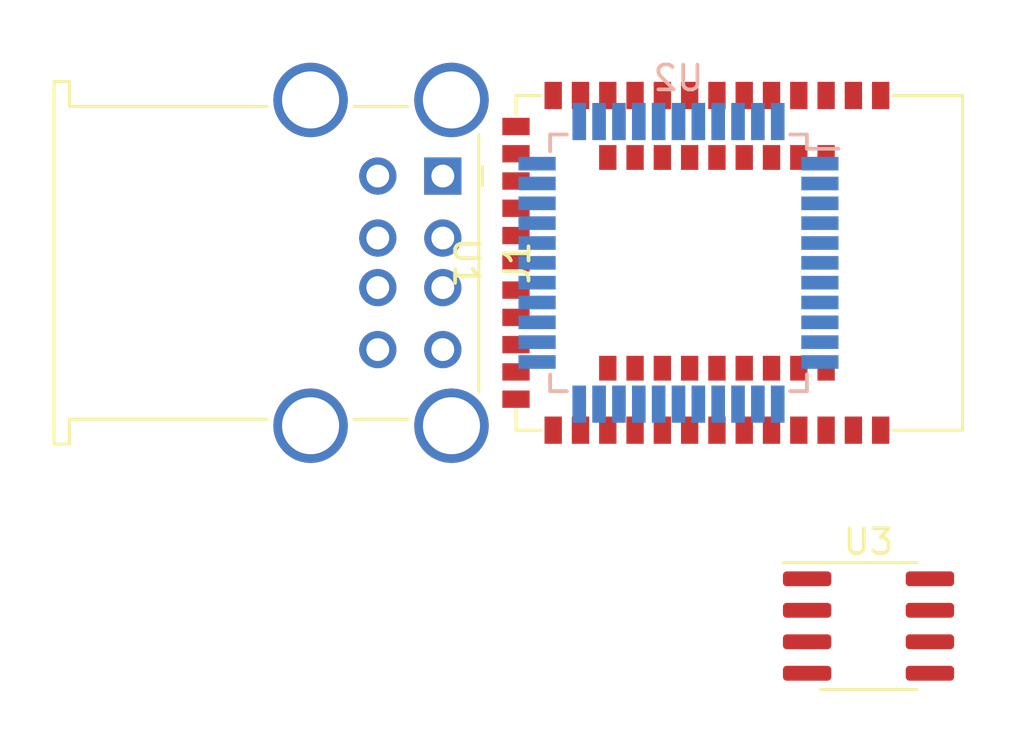
<source format=kicad_pcb>
(kicad_pcb (version 20211014) (generator pcbnew)
  (layers (0 "F.Cu" signal) (31 "B.Cu" signal) (34 "B.Paste" user) (35 "F.Paste" user) (36 "B.SilkS" user "B.Silkscreen") (37 "F.SilkS" user "F.Silkscreen") (38 "B.Mask" user) (39 "F.Mask" user) (44 "Edge.Cuts" user))
  (net 0 "")
  (net 14 "Net-(U2-Pad14)")
  (net 15 "Net-(U2-Pad15)")
  (net 23 "Net-(U2-Pad24)")
  (net 41 "Net-(U3-Pad2)")
  (footprint "blackwing:HOLYIOT-18010-NRF52840" (layer "F.Cu") (at 139.7 63.5 -90)
    (fp_text reference "U1" (at 6.75 20 -90 unlocked) (layer "F.SilkS"))
    (fp_text value "HOLYIOT-18010-NRF52840")
    (fp_line (start 13.5 17) (end 13.5 18) (layer "F.SilkS") (width 0.12))
    (fp_line (start 12.7 18) (end 13.5 18) (layer "F.SilkS") (width 0.12))
    (fp_line (start 0.8 18) (end 0 18) (layer "F.SilkS") (width 0.12))
    (fp_line (start 0 2.8) (end 0 0) (layer "F.SilkS") (width 0.12))
    (fp_line (start 0 17) (end 0 18) (layer "F.SilkS") (width 0.12))
    (fp_line (start 13.5 0) (end 13.5 2.8) (layer "F.SilkS") (width 0.12))
    (fp_line (start 0 0) (end 13.5 0) (layer "F.SilkS") (width 0.12))
    (fp_line (start 13.5 18) (end 12.7 18) (layer "F.SilkS") (width 0.12))
    (pad "1" smd rect (at 0 3.3 270) (size 1.1 0.7) (layers "F.Cu" "F.Paste" "F.Mask"))
    (pad "2" smd rect (at 0 4.4 270) (size 1.1 0.7) (layers "F.Cu" "F.Paste" "F.Mask"))
    (pad "3" smd rect (at 0 5.5 270) (size 1.1 0.7) (layers "F.Cu" "F.Paste" "F.Mask"))
    (pad "4" smd rect (at 0 6.6 270) (size 1.1 0.7) (layers "F.Cu" "F.Paste" "F.Mask"))
    (pad "5" smd rect (at 0 7.7 270) (size 1.1 0.7) (layers "F.Cu" "F.Paste" "F.Mask"))
    (pad "6" smd rect (at 0 8.8 270) (size 1.1 0.7) (layers "F.Cu" "F.Paste" "F.Mask"))
    (pad "7" smd rect (at 0 9.9 270) (size 1.1 0.7) (layers "F.Cu" "F.Paste" "F.Mask"))
    (pad "8" smd rect (at 0 11 270) (size 1.1 0.7) (layers "F.Cu" "F.Paste" "F.Mask"))
    (pad "9" smd rect (at 0 12.1 270) (size 1.1 0.7) (layers "F.Cu" "F.Paste" "F.Mask"))
    (pad "10" smd rect (at 0 13.2 270) (size 1.1 0.7) (layers "F.Cu" "F.Paste" "F.Mask"))
    (pad "11" smd rect (at 0 14.3 270) (size 1.1 0.7) (layers "F.Cu" "F.Paste" "F.Mask"))
    (pad "12" smd rect (at 0 15.4 270) (size 1.1 0.7) (layers "F.Cu" "F.Paste" "F.Mask"))
    (pad "13" smd rect (at 0 16.5 270) (size 1.1 0.7) (layers "F.Cu" "F.Paste" "F.Mask"))
    (pad "14" smd rect (at 1.25 18 270) (size 0.7 1.1) (layers "F.Cu" "F.Paste" "F.Mask"))
    (pad "15" smd rect (at 2.35 18 270) (size 0.7 1.1) (layers "F.Cu" "F.Paste" "F.Mask"))
    (pad "16" smd rect (at 3.45 18 270) (size 0.7 1.1) (layers "F.Cu" "F.Paste" "F.Mask"))
    (pad "17" smd rect (at 4.55 18 270) (size 0.7 1.1) (layers "F.Cu" "F.Paste" "F.Mask"))
    (pad "18" smd rect (at 5.65 18 270) (size 0.7 1.1) (layers "F.Cu" "F.Paste" "F.Mask"))
    (pad "19" smd rect (at 6.75 18 270) (size 0.7 1.1) (layers "F.Cu" "F.Paste" "F.Mask"))
    (pad "20" smd rect (at 7.85 18 270) (size 0.7 1.1) (layers "F.Cu" "F.Paste" "F.Mask"))
    (pad "21" smd rect (at 8.95 18 270) (size 0.7 1.1) (layers "F.Cu" "F.Paste" "F.Mask"))
    (pad "22" smd rect (at 10.05 18 270) (size 0.7 1.1) (layers "F.Cu" "F.Paste" "F.Mask"))
    (pad "23" smd rect (at 11.15 18 270) (size 0.7 1.1) (layers "F.Cu" "F.Paste" "F.Mask"))
    (pad "24" smd rect (at 12.25 18 270) (size 0.7 1.1) (layers "F.Cu" "F.Paste" "F.Mask"))
    (pad "25" smd rect (at 13.5 16.5 270) (size 1.1 0.7) (layers "F.Cu" "F.Paste" "F.Mask"))
    (pad "26" smd rect (at 13.5 15.4 270) (size 1.1 0.7) (layers "F.Cu" "F.Paste" "F.Mask"))
    (pad "27" smd rect (at 13.5 14.3 270) (size 1.1 0.7) (layers "F.Cu" "F.Paste" "F.Mask"))
    (pad "28" smd rect (at 13.5 13.2 270) (size 1.1 0.7) (layers "F.Cu" "F.Paste" "F.Mask"))
    (pad "29" smd rect (at 13.5 12.1 270) (size 1.1 0.7) (layers "F.Cu" "F.Paste" "F.Mask"))
    (pad "30" smd rect (at 13.5 11 270) (size 1.1 0.7) (layers "F.Cu" "F.Paste" "F.Mask"))
    (pad "31" smd rect (at 13.5 9.9 270) (size 1.1 0.7) (layers "F.Cu" "F.Paste" "F.Mask"))
    (pad "32" smd rect (at 13.5 8.8 270) (size 1.1 0.7) (layers "F.Cu" "F.Paste" "F.Mask"))
    (pad "33" smd rect (at 13.5 7.7 270) (size 1.1 0.7) (layers "F.Cu" "F.Paste" "F.Mask"))
    (pad "34" smd rect (at 13.5 6.6 270) (size 1.1 0.7) (layers "F.Cu" "F.Paste" "F.Mask"))
    (pad "35" smd rect (at 13.5 5.5 270) (size 1.1 0.7) (layers "F.Cu" "F.Paste" "F.Mask"))
    (pad "36" smd rect (at 13.5 4.4 270) (size 1.1 0.7) (layers "F.Cu" "F.Paste" "F.Mask"))
    (pad "37" smd rect (at 13.5 3.3 270) (size 1.1 0.7) (layers "F.Cu" "F.Paste" "F.Mask"))
    (pad "38" smd rect (at 2.5 5.5 270) (size 1 0.7) (layers "F.Cu" "F.Paste" "F.Mask"))
    (pad "39" smd rect (at 2.5 6.6 270) (size 1 0.7) (layers "F.Cu" "F.Paste" "F.Mask"))
    (pad "40" smd rect (at 2.5 7.7 270) (size 1 0.7) (layers "F.Cu" "F.Paste" "F.Mask"))
    (pad "41" smd rect (at 2.5 8.8 270) (size 1 0.7) (layers "F.Cu" "F.Paste" "F.Mask"))
    (pad "42" smd rect (at 2.5 9.9 270) (size 1 0.7) (layers "F.Cu" "F.Paste" "F.Mask"))
    (pad "43" smd rect (at 2.5 11 270) (size 1 0.7) (layers "F.Cu" "F.Paste" "F.Mask"))
    (pad "44" smd rect (at 2.5 12.1 270) (size 1 0.7) (layers "F.Cu" "F.Paste" "F.Mask"))
    (pad "45" smd rect (at 2.5 13.2 270) (size 1 0.7) (layers "F.Cu" "F.Paste" "F.Mask"))
    (pad "46" smd rect (at 2.5 14.3 270) (size 1 0.7) (layers "F.Cu" "F.Paste" "F.Mask"))
    (pad "47" smd rect (at 11 5.5 270) (size 1 0.7) (layers "F.Cu" "F.Paste" "F.Mask"))
    (pad "48" smd rect (at 11 6.6 270) (size 1 0.7) (layers "F.Cu" "F.Paste" "F.Mask"))
    (pad "49" smd rect (at 11 7.7 270) (size 1 0.7) (layers "F.Cu" "F.Paste" "F.Mask"))
    (pad "50" smd rect (at 11 8.8 270) (size 1 0.7) (layers "F.Cu" "F.Paste" "F.Mask"))
    (pad "51" smd rect (at 11 9.9 270) (size 1 0.7) (layers "F.Cu" "F.Paste" "F.Mask"))
    (pad "52" smd rect (at 11 11 270) (size 1 0.7) (layers "F.Cu" "F.Paste" "F.Mask"))
    (pad "53" smd rect (at 11 12.1 270) (size 1 0.7) (layers "F.Cu" "F.Paste" "F.Mask"))
    (pad "54" smd rect (at 11 13.2 270) (size 1 0.7) (layers "F.Cu" "F.Paste" "F.Mask"))
    (pad "55" smd rect (at 11 14.3 270) (size 1 0.7) (layers "F.Cu" "F.Paste" "F.Mask"))
  )
  (footprint "Package_SO:SOIC-8_3.9x4.9mm_P1.27mm" (layer "F.Cu") (at 135.91 84.9)
    (fp_text reference "U3" (at 0 -3.4) (layer "F.SilkS"))
    (fp_text value "AMS1117CS-3.3")
    (fp_line (start 0 -2.56) (end -3.45 -2.56) (layer "F.SilkS") (width 0.12))
    (fp_line (start 0 -2.56) (end 1.95 -2.56) (layer "F.SilkS") (width 0.12))
    (fp_line (start 0 2.56) (end 1.95 2.56) (layer "F.SilkS") (width 0.12))
    (fp_line (start 0 2.56) (end -1.95 2.56) (layer "F.SilkS") (width 0.12))
    (pad "1" smd roundrect locked (at -2.475 -1.905) (size 1.95 0.6) (layers "F.Cu" "F.Paste" "F.Mask"))
    (pad "2" smd roundrect locked (at -2.475 -0.635) (size 1.95 0.6) (layers "F.Cu" "F.Paste" "F.Mask") (net 41 "Net-(U3-Pad2)"))
    (pad "3" smd roundrect locked (at -2.475 0.635) (size 1.95 0.6) (layers "F.Cu" "F.Paste" "F.Mask") (net 41 "Net-(U3-Pad2)"))
    (pad "4" smd roundrect locked (at -2.475 1.905) (size 1.95 0.6) (layers "F.Cu" "F.Paste" "F.Mask"))
    (pad "5" smd roundrect locked (at 2.475 1.905) (size 1.95 0.6) (layers "F.Cu" "F.Paste" "F.Mask"))
    (pad "6" smd roundrect locked (at 2.475 0.635) (size 1.95 0.6) (layers "F.Cu" "F.Paste" "F.Mask") (net 41 "Net-(U3-Pad2)"))
    (pad "7" smd roundrect locked (at 2.475 -0.635) (size 1.95 0.6) (layers "F.Cu" "F.Paste" "F.Mask") (net 41 "Net-(U3-Pad2)"))
    (pad "8" smd roundrect locked (at 2.475 -1.905) (size 1.95 0.6) (layers "F.Cu" "F.Paste" "F.Mask"))
  )
  (footprint "Connector_USB:USB_A_Wuerth_61400826021_Horizontal_Stacked" (layer "F.Cu") (at 118.75 66.75 -90)
    (fp_text reference "J1" (at 3.5 -3 90) (layer "F.SilkS"))
    (fp_text value "USB_A")
    (fp_line (start 0.4 -1.6) (end -0.4 -1.6) (layer "F.SilkS") (width 0.12))
    (fp_line (start 10.81 15.67) (end -3.81 15.67) (layer "F.SilkS") (width 0.12))
    (fp_line (start 9.81 15.05) (end 10.81 15.05) (layer "F.SilkS") (width 0.12))
    (fp_line (start 9.81 3.58) (end 9.81 1.4) (layer "F.SilkS") (width 0.12))
    (fp_line (start -2.81 15.05) (end -2.81 7.08) (layer "F.SilkS") (width 0.12))
    (fp_line (start -2.81 3.58) (end -2.81 1.4) (layer "F.SilkS") (width 0.12))
    (fp_line (start 10.81 15.05) (end 10.81 15.67) (layer "F.SilkS") (width 0.12))
    (fp_line (start -3.81 15.05) (end -2.81 15.05) (layer "F.SilkS") (width 0.12))
    (fp_line (start -3.81 15.67) (end -3.81 15.05) (layer "F.SilkS") (width 0.12))
    (fp_line (start 9.81 7.08) (end 9.81 15.05) (layer "F.SilkS") (width 0.12))
    (fp_line (start -1.69 -1.45) (end 8.69 -1.45) (layer "F.SilkS") (width 0.12))
    (pad "1" thru_hole rect locked (at 0 0 270) (size 1.5 1.5) (drill 0.92) (layers *.Cu *.Mask))
    (pad "2" thru_hole circle locked (at 2.5 0 270) (size 1.5 1.5) (drill 0.92) (layers *.Cu *.Mask))
    (pad "3" thru_hole circle locked (at 4.5 0 270) (size 1.5 1.5) (drill 0.92) (layers *.Cu *.Mask))
    (pad "4" thru_hole circle locked (at 7 0 270) (size 1.5 1.5) (drill 0.92) (layers *.Cu *.Mask))
    (pad "5" thru_hole circle locked (at 0 2.62 270) (size 1.5 1.5) (drill 0.92) (layers *.Cu *.Mask))
    (pad "6" thru_hole circle locked (at 2.5 2.62 270) (size 1.5 1.5) (drill 0.92) (layers *.Cu *.Mask))
    (pad "7" thru_hole circle locked (at 4.5 2.62 270) (size 1.5 1.5) (drill 0.92) (layers *.Cu *.Mask))
    (pad "8" thru_hole circle locked (at 7 2.62 270) (size 1.5 1.5) (drill 0.92) (layers *.Cu *.Mask))
    (pad "9" thru_hole circle locked (at 10.07 5.33 270) (size 3 3) (drill 2.3) (layers *.Cu *.Mask))
    (pad "9" thru_hole circle locked (at -3.07 -0.35 270) (size 3 3) (drill 2.3) (layers *.Cu *.Mask))
    (pad "9" thru_hole circle locked (at -3.07 5.33 270) (size 3 3) (drill 2.3) (layers *.Cu *.Mask))
    (pad "9" thru_hole circle locked (at 10.07 -0.35 270) (size 3 3) (drill 2.3) (layers *.Cu *.Mask))
  )
  (footprint "Package_QFP:TQFP-44_10x10mm_P0.8mm" (layer "B.Cu") (at 128.25 70.25 180)
    (fp_text reference "U2" (at 0 7.45) (layer "B.SilkS") (effects (justify mirror)))
    (fp_text value "ATmega32U4-A")
    (fp_line (start -5.175 4.6) (end -6.45 4.6) (layer "B.SilkS") (width 0.15))
    (fp_line (start -5.175 -5.175) (end -5.175 -4.5) (layer "B.SilkS") (width 0.15))
    (fp_line (start 5.175 5.175) (end 4.5 5.175) (layer "B.SilkS") (width 0.15))
    (fp_line (start 5.175 -5.175) (end 4.5 -5.175) (layer "B.SilkS") (width 0.15))
    (fp_line (start 5.175 5.175) (end 5.175 4.5) (layer "B.SilkS") (width 0.15))
    (fp_line (start 5.175 -5.175) (end 5.175 -4.5) (layer "B.SilkS") (width 0.15))
    (fp_line (start -5.175 5.175) (end -5.175 4.6) (layer "B.SilkS") (width 0.15))
    (fp_line (start -5.175 5.175) (end -4.5 5.175) (layer "B.SilkS") (width 0.15))
    (fp_line (start -5.175 -5.175) (end -4.5 -5.175) (layer "B.SilkS") (width 0.15))
    (pad "1" smd rect locked (at -5.7 4 180) (size 1.5 0.55) (layers "B.Cu" "B.Paste" "B.Mask"))
    (pad "2" smd rect locked (at -5.7 3.2 180) (size 1.5 0.55) (layers "B.Cu" "B.Paste" "B.Mask"))
    (pad "3" smd rect locked (at -5.7 2.4 180) (size 1.5 0.55) (layers "B.Cu" "B.Paste" "B.Mask"))
    (pad "4" smd rect locked (at -5.7 1.6 180) (size 1.5 0.55) (layers "B.Cu" "B.Paste" "B.Mask"))
    (pad "5" smd rect locked (at -5.7 0.8 180) (size 1.5 0.55) (layers "B.Cu" "B.Paste" "B.Mask"))
    (pad "6" smd rect locked (at -5.7 0 180) (size 1.5 0.55) (layers "B.Cu" "B.Paste" "B.Mask"))
    (pad "7" smd rect locked (at -5.7 -0.8 180) (size 1.5 0.55) (layers "B.Cu" "B.Paste" "B.Mask"))
    (pad "8" smd rect locked (at -5.7 -1.6 180) (size 1.5 0.55) (layers "B.Cu" "B.Paste" "B.Mask"))
    (pad "9" smd rect locked (at -5.7 -2.4 180) (size 1.5 0.55) (layers "B.Cu" "B.Paste" "B.Mask"))
    (pad "10" smd rect locked (at -5.7 -3.2 180) (size 1.5 0.55) (layers "B.Cu" "B.Paste" "B.Mask"))
    (pad "11" smd rect locked (at -5.7 -4 180) (size 1.5 0.55) (layers "B.Cu" "B.Paste" "B.Mask"))
    (pad "12" smd rect locked (at -4 -5.7 90) (size 1.5 0.55) (layers "B.Cu" "B.Paste" "B.Mask"))
    (pad "13" smd rect locked (at -3.2 -5.7 90) (size 1.5 0.55) (layers "B.Cu" "B.Paste" "B.Mask"))
    (pad "14" smd rect locked (at -2.4 -5.7 90) (size 1.5 0.55) (layers "B.Cu" "B.Paste" "B.Mask") (net 14 "Net-(U2-Pad14)"))
    (pad "15" smd rect locked (at -1.6 -5.7 90) (size 1.5 0.55) (layers "B.Cu" "B.Paste" "B.Mask") (net 15 "Net-(U2-Pad15)"))
    (pad "16" smd rect locked (at -0.8 -5.7 90) (size 1.5 0.55) (layers "B.Cu" "B.Paste" "B.Mask"))
    (pad "17" smd rect locked (at 0 -5.7 90) (size 1.5 0.55) (layers "B.Cu" "B.Paste" "B.Mask"))
    (pad "18" smd rect locked (at 0.8 -5.7 90) (size 1.5 0.55) (layers "B.Cu" "B.Paste" "B.Mask"))
    (pad "19" smd rect locked (at 1.6 -5.7 90) (size 1.5 0.55) (layers "B.Cu" "B.Paste" "B.Mask"))
    (pad "20" smd rect locked (at 2.4 -5.7 90) (size 1.5 0.55) (layers "B.Cu" "B.Paste" "B.Mask"))
    (pad "21" smd rect locked (at 3.2 -5.7 90) (size 1.5 0.55) (layers "B.Cu" "B.Paste" "B.Mask"))
    (pad "22" smd rect locked (at 4 -5.7 90) (size 1.5 0.55) (layers "B.Cu" "B.Paste" "B.Mask"))
    (pad "23" smd rect locked (at 5.7 -4 180) (size 1.5 0.55) (layers "B.Cu" "B.Paste" "B.Mask") (net 15 "Net-(U2-Pad15)"))
    (pad "24" smd rect locked (at 5.7 -3.2 180) (size 1.5 0.55) (layers "B.Cu" "B.Paste" "B.Mask") (net 23 "Net-(U2-Pad24)"))
    (pad "25" smd rect locked (at 5.7 -2.4 180) (size 1.5 0.55) (layers "B.Cu" "B.Paste" "B.Mask"))
    (pad "26" smd rect locked (at 5.7 -1.6 180) (size 1.5 0.55) (layers "B.Cu" "B.Paste" "B.Mask"))
    (pad "27" smd rect locked (at 5.7 -0.8 180) (size 1.5 0.55) (layers "B.Cu" "B.Paste" "B.Mask"))
    (pad "28" smd rect locked (at 5.7 0 180) (size 1.5 0.55) (layers "B.Cu" "B.Paste" "B.Mask"))
    (pad "29" smd rect locked (at 5.7 0.8 180) (size 1.5 0.55) (layers "B.Cu" "B.Paste" "B.Mask"))
    (pad "30" smd rect locked (at 5.7 1.6 180) (size 1.5 0.55) (layers "B.Cu" "B.Paste" "B.Mask"))
    (pad "31" smd rect locked (at 5.7 2.4 180) (size 1.5 0.55) (layers "B.Cu" "B.Paste" "B.Mask"))
    (pad "32" smd rect locked (at 5.7 3.2 180) (size 1.5 0.55) (layers "B.Cu" "B.Paste" "B.Mask"))
    (pad "33" smd rect locked (at 5.7 4 180) (size 1.5 0.55) (layers "B.Cu" "B.Paste" "B.Mask"))
    (pad "34" smd rect locked (at 4 5.7 90) (size 1.5 0.55) (layers "B.Cu" "B.Paste" "B.Mask") (net 14 "Net-(U2-Pad14)"))
    (pad "35" smd rect locked (at 3.2 5.7 90) (size 1.5 0.55) (layers "B.Cu" "B.Paste" "B.Mask") (net 15 "Net-(U2-Pad15)"))
    (pad "36" smd rect locked (at 2.4 5.7 90) (size 1.5 0.55) (layers "B.Cu" "B.Paste" "B.Mask"))
    (pad "37" smd rect locked (at 1.6 5.7 90) (size 1.5 0.55) (layers "B.Cu" "B.Paste" "B.Mask"))
    (pad "38" smd rect locked (at 0.8 5.7 90) (size 1.5 0.55) (layers "B.Cu" "B.Paste" "B.Mask"))
    (pad "39" smd rect locked (at 0 5.7 90) (size 1.5 0.55) (layers "B.Cu" "B.Paste" "B.Mask"))
    (pad "40" smd rect locked (at -0.8 5.7 90) (size 1.5 0.55) (layers "B.Cu" "B.Paste" "B.Mask"))
    (pad "41" smd rect locked (at -1.6 5.7 90) (size 1.5 0.55) (layers "B.Cu" "B.Paste" "B.Mask"))
    (pad "42" smd rect locked (at -2.4 5.7 90) (size 1.5 0.55) (layers "B.Cu" "B.Paste" "B.Mask"))
    (pad "43" smd rect locked (at -3.2 5.7 90) (size 1.5 0.55) (layers "B.Cu" "B.Paste" "B.Mask") (net 15 "Net-(U2-Pad15)"))
    (pad "44" smd rect locked (at -4 5.7 90) (size 1.5 0.55) (layers "B.Cu" "B.Paste" "B.Mask") (net 23 "Net-(U2-Pad24)"))
  )
)
</source>
